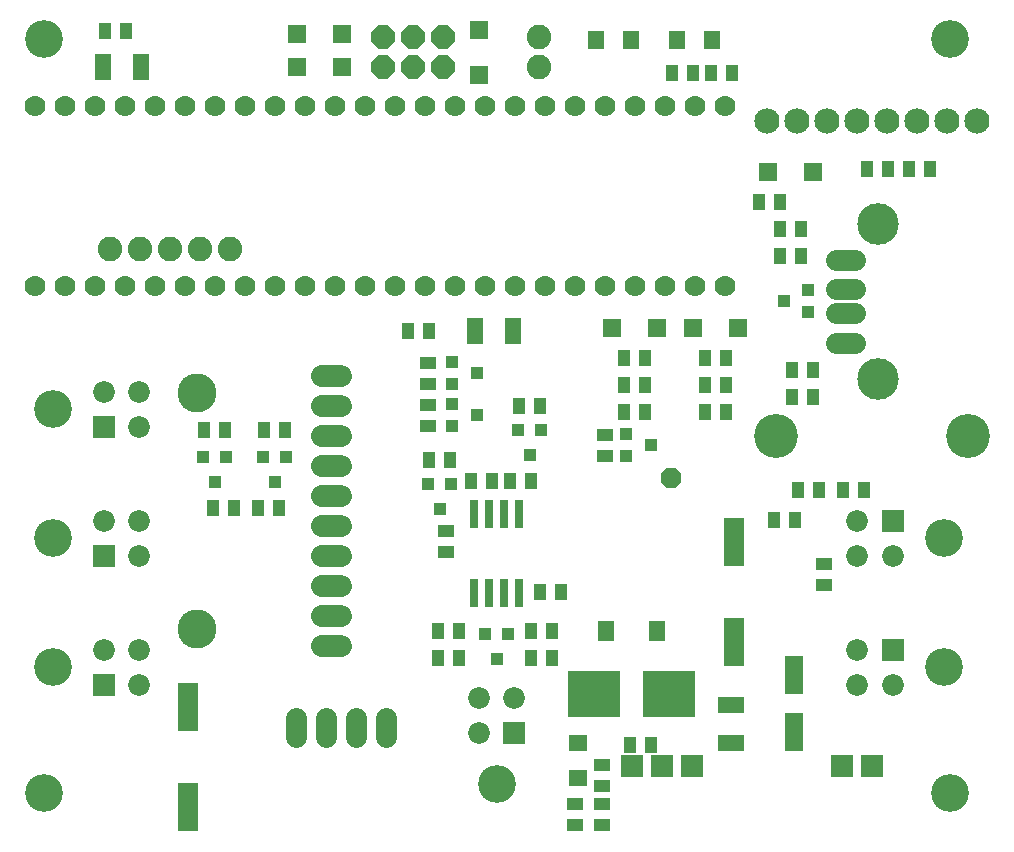
<source format=gts>
G75*
%MOIN*%
%OFA0B0*%
%FSLAX25Y25*%
%IPPOS*%
%LPD*%
%AMOC8*
5,1,8,0,0,1.08239X$1,22.5*
%
%ADD10C,0.12612*%
%ADD11R,0.05524X0.08674*%
%ADD12R,0.03950X0.05524*%
%ADD13R,0.06312X0.12611*%
%ADD14R,0.08674X0.05524*%
%ADD15R,0.05800X0.06587*%
%ADD16R,0.03950X0.04343*%
%ADD17R,0.06312X0.05524*%
%ADD18R,0.17500X0.15800*%
%ADD19R,0.03162X0.09461*%
%ADD20R,0.07216X0.07216*%
%ADD21C,0.07216*%
%ADD22C,0.12611*%
%ADD23R,0.05524X0.03950*%
%ADD24C,0.07000*%
%ADD25R,0.05524X0.06312*%
%ADD26R,0.07531X0.07531*%
%ADD27C,0.08400*%
%ADD28C,0.14643*%
%ADD29R,0.04343X0.03950*%
%ADD30R,0.06312X0.06312*%
%ADD31OC8,0.08000*%
%ADD32C,0.07137*%
%ADD33R,0.07099X0.16154*%
%ADD34C,0.07200*%
%ADD35C,0.13005*%
%ADD36C,0.08200*%
%ADD37C,0.06940*%
%ADD38C,0.13855*%
%ADD39OC8,0.06737*%
D10*
X0028000Y0037000D03*
X0028000Y0288465D03*
X0330000Y0288465D03*
X0330000Y0037000D03*
D11*
X0184299Y0191000D03*
X0171701Y0191000D03*
X0060299Y0279000D03*
X0047701Y0279000D03*
D12*
X0048457Y0291000D03*
X0055543Y0291000D03*
X0149457Y0191000D03*
X0156543Y0191000D03*
X0186457Y0166000D03*
X0193543Y0166000D03*
X0163543Y0148000D03*
X0156457Y0148000D03*
X0170457Y0141000D03*
X0177543Y0141000D03*
X0183457Y0141000D03*
X0190543Y0141000D03*
X0221457Y0164000D03*
X0228543Y0164000D03*
X0228543Y0173000D03*
X0221457Y0173000D03*
X0221457Y0182000D03*
X0228543Y0182000D03*
X0248457Y0182000D03*
X0255543Y0182000D03*
X0255543Y0173000D03*
X0248457Y0173000D03*
X0248457Y0164000D03*
X0255543Y0164000D03*
X0277457Y0169000D03*
X0284543Y0169000D03*
X0284543Y0178000D03*
X0277457Y0178000D03*
X0280543Y0216000D03*
X0273457Y0216000D03*
X0273457Y0225000D03*
X0280543Y0225000D03*
X0273543Y0234000D03*
X0266457Y0234000D03*
X0302457Y0245000D03*
X0309543Y0245000D03*
X0316457Y0245000D03*
X0323543Y0245000D03*
X0257543Y0277000D03*
X0250457Y0277000D03*
X0244543Y0277000D03*
X0237457Y0277000D03*
X0108543Y0158000D03*
X0101457Y0158000D03*
X0088543Y0158000D03*
X0081457Y0158000D03*
X0084457Y0132000D03*
X0091543Y0132000D03*
X0099457Y0132000D03*
X0106543Y0132000D03*
X0159457Y0091000D03*
X0166543Y0091000D03*
X0166543Y0082000D03*
X0159457Y0082000D03*
X0190457Y0082000D03*
X0197543Y0082000D03*
X0197543Y0091000D03*
X0190457Y0091000D03*
X0193457Y0104000D03*
X0200543Y0104000D03*
X0223457Y0053000D03*
X0230543Y0053000D03*
X0271457Y0128000D03*
X0278543Y0128000D03*
X0279457Y0138000D03*
X0286543Y0138000D03*
X0294457Y0138000D03*
X0301543Y0138000D03*
D13*
X0278000Y0076449D03*
X0278000Y0057551D03*
D14*
X0257000Y0053701D03*
X0257000Y0066299D03*
D15*
X0232465Y0091000D03*
X0215535Y0091000D03*
D16*
X0182740Y0089937D03*
X0175260Y0089937D03*
X0179000Y0081669D03*
X0160000Y0131669D03*
X0156260Y0139937D03*
X0163740Y0139937D03*
X0186260Y0157937D03*
X0193740Y0157937D03*
X0190000Y0149669D03*
X0108740Y0148937D03*
X0101260Y0148937D03*
X0105000Y0140669D03*
X0088740Y0148937D03*
X0081260Y0148937D03*
X0085000Y0140669D03*
D17*
X0206000Y0053906D03*
X0206000Y0042094D03*
D18*
X0211400Y0070000D03*
X0236500Y0070000D03*
D19*
X0186500Y0103890D03*
X0181500Y0103890D03*
X0176500Y0103890D03*
X0171500Y0103890D03*
X0171500Y0130110D03*
X0176500Y0130110D03*
X0181500Y0130110D03*
X0186500Y0130110D03*
D20*
X0184906Y0057008D03*
X0310992Y0084906D03*
X0310992Y0127906D03*
X0048008Y0116094D03*
X0048008Y0073094D03*
X0048008Y0159094D03*
D21*
X0059819Y0159094D03*
X0059819Y0170906D03*
X0048008Y0170906D03*
X0048008Y0127906D03*
X0059819Y0127906D03*
X0059819Y0116094D03*
X0059819Y0084906D03*
X0048008Y0084906D03*
X0059819Y0073094D03*
X0173094Y0068819D03*
X0173094Y0057008D03*
X0184906Y0068819D03*
X0299181Y0073094D03*
X0310992Y0073094D03*
X0299181Y0084906D03*
X0299181Y0116094D03*
X0310992Y0116094D03*
X0299181Y0127906D03*
D22*
X0328000Y0122000D03*
X0328000Y0079000D03*
X0179000Y0040000D03*
X0031000Y0079000D03*
X0031000Y0122000D03*
X0031000Y0165000D03*
D23*
X0156000Y0166543D03*
X0156000Y0173457D03*
X0156000Y0180543D03*
X0156000Y0159457D03*
X0162000Y0124543D03*
X0162000Y0117457D03*
X0215000Y0149457D03*
X0215000Y0156543D03*
X0288000Y0113543D03*
X0288000Y0106457D03*
X0214000Y0046543D03*
X0214000Y0039457D03*
X0214000Y0033543D03*
X0214000Y0026457D03*
X0205000Y0026457D03*
X0205000Y0033543D03*
D24*
X0205000Y0206000D03*
X0195000Y0206000D03*
X0185000Y0206000D03*
X0175000Y0206000D03*
X0165000Y0206000D03*
X0155000Y0206000D03*
X0145000Y0206000D03*
X0135000Y0206000D03*
X0125000Y0206000D03*
X0115000Y0206000D03*
X0105000Y0206000D03*
X0095000Y0206000D03*
X0085000Y0206000D03*
X0075000Y0206000D03*
X0065000Y0206000D03*
X0055000Y0206000D03*
X0045000Y0206000D03*
X0035000Y0206000D03*
X0025000Y0206000D03*
X0025000Y0266000D03*
X0035000Y0266000D03*
X0045000Y0266000D03*
X0055000Y0266000D03*
X0065000Y0266000D03*
X0075000Y0266000D03*
X0085000Y0266000D03*
X0095000Y0266000D03*
X0105000Y0266000D03*
X0115000Y0266000D03*
X0125000Y0266000D03*
X0135000Y0266000D03*
X0145000Y0266000D03*
X0155000Y0266000D03*
X0165000Y0266000D03*
X0175000Y0266000D03*
X0185000Y0266000D03*
X0195000Y0266000D03*
X0205000Y0266000D03*
X0215000Y0266000D03*
X0225000Y0266000D03*
X0235000Y0266000D03*
X0245000Y0266000D03*
X0255000Y0266000D03*
X0255000Y0206000D03*
X0245000Y0206000D03*
X0235000Y0206000D03*
X0225000Y0206000D03*
X0215000Y0206000D03*
D25*
X0212094Y0288000D03*
X0223906Y0288000D03*
X0239094Y0288000D03*
X0250906Y0288000D03*
D26*
X0244000Y0046000D03*
X0234000Y0046000D03*
X0224000Y0046000D03*
X0294000Y0046000D03*
X0304000Y0046000D03*
D27*
X0299000Y0261000D03*
X0289000Y0261000D03*
X0279000Y0261000D03*
X0269000Y0261000D03*
X0309000Y0261000D03*
X0319000Y0261000D03*
X0329000Y0261000D03*
X0339000Y0261000D03*
D28*
X0336000Y0156000D03*
X0272000Y0156000D03*
D29*
X0230331Y0153000D03*
X0222063Y0149260D03*
X0222063Y0156740D03*
X0172331Y0163000D03*
X0164063Y0159260D03*
X0164063Y0166740D03*
X0164063Y0173260D03*
X0172331Y0177000D03*
X0164063Y0180740D03*
X0274669Y0201000D03*
X0282937Y0197260D03*
X0282937Y0204740D03*
D30*
X0259480Y0192000D03*
X0244520Y0192000D03*
X0232480Y0192000D03*
X0217520Y0192000D03*
X0269520Y0244000D03*
X0284480Y0244000D03*
X0173000Y0276520D03*
X0173000Y0291480D03*
X0127480Y0290000D03*
X0127480Y0279000D03*
X0112520Y0279000D03*
X0112520Y0290000D03*
D31*
X0141000Y0289000D03*
X0151000Y0289000D03*
X0151000Y0279000D03*
X0141000Y0279000D03*
X0161000Y0279000D03*
X0161000Y0289000D03*
D32*
X0142000Y0062169D02*
X0142000Y0055831D01*
X0132000Y0055831D02*
X0132000Y0062169D01*
X0122000Y0062169D02*
X0122000Y0055831D01*
X0112000Y0055831D02*
X0112000Y0062169D01*
D33*
X0076000Y0065732D03*
X0076000Y0032268D03*
X0258000Y0087268D03*
X0258000Y0120732D03*
D34*
X0127200Y0116000D02*
X0120800Y0116000D01*
X0120800Y0106000D02*
X0127200Y0106000D01*
X0127200Y0096000D02*
X0120800Y0096000D01*
X0120800Y0086000D02*
X0127200Y0086000D01*
X0127200Y0126000D02*
X0120800Y0126000D01*
X0120800Y0136000D02*
X0127200Y0136000D01*
X0127200Y0146000D02*
X0120800Y0146000D01*
X0120800Y0156000D02*
X0127200Y0156000D01*
X0127200Y0166000D02*
X0120800Y0166000D01*
X0120800Y0176000D02*
X0127200Y0176000D01*
D35*
X0079000Y0170488D03*
X0079000Y0091748D03*
D36*
X0080000Y0218500D03*
X0090000Y0218500D03*
X0070000Y0218500D03*
X0060000Y0218500D03*
X0050000Y0218500D03*
X0193000Y0279000D03*
X0193000Y0289000D03*
D37*
X0292261Y0214780D02*
X0298401Y0214780D01*
X0298401Y0204937D02*
X0292261Y0204937D01*
X0292261Y0197063D02*
X0298401Y0197063D01*
X0298401Y0187220D02*
X0292261Y0187220D01*
D38*
X0306000Y0175134D03*
X0306000Y0226866D03*
D39*
X0237000Y0142000D03*
M02*

</source>
